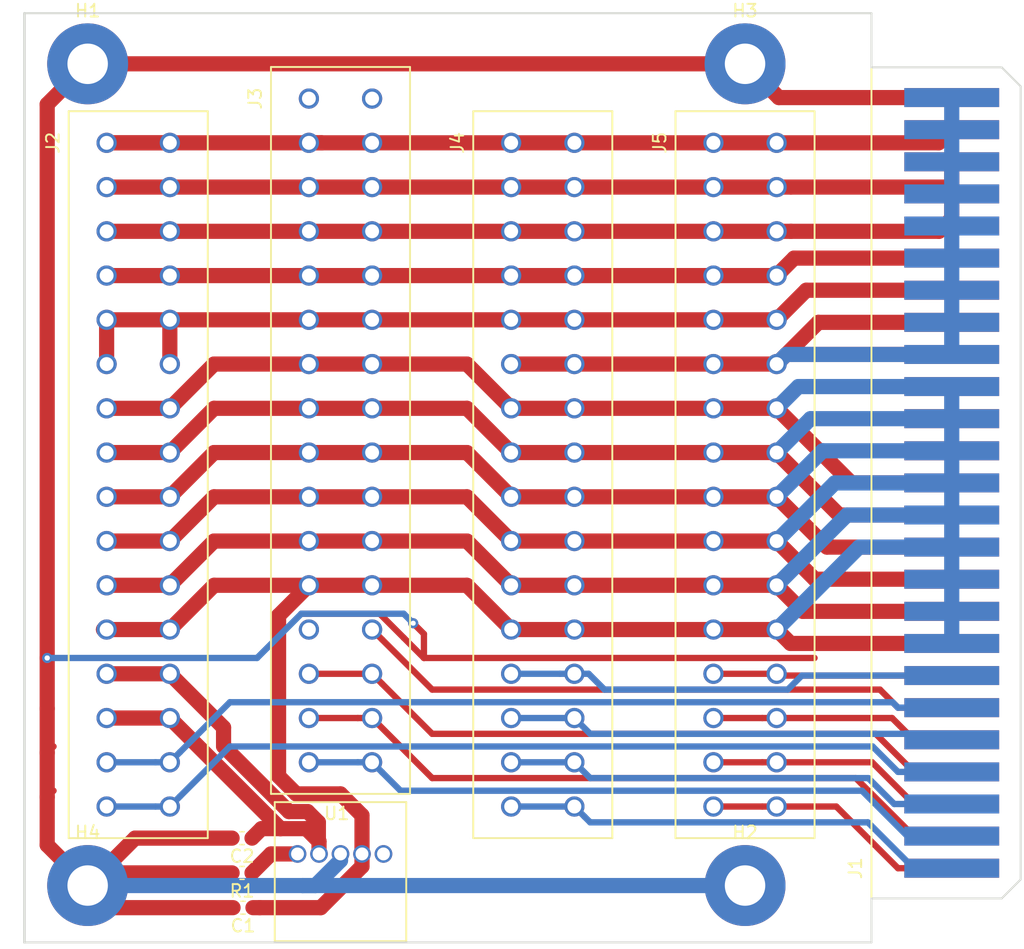
<source format=kicad_pcb>
(kicad_pcb (version 20171130) (host pcbnew 5.0.2-bee76a0~70~ubuntu18.04.1)

  (general
    (thickness 1.6)
    (drawings 5)
    (tracks 300)
    (zones 0)
    (modules 13)
    (nets 20)
  )

  (page A4)
  (layers
    (0 F.Cu signal)
    (31 B.Cu signal)
    (32 B.Adhes user)
    (33 F.Adhes user)
    (34 B.Paste user)
    (35 F.Paste user)
    (36 B.SilkS user)
    (37 F.SilkS user)
    (38 B.Mask user hide)
    (39 F.Mask user hide)
    (40 Dwgs.User user)
    (41 Cmts.User user)
    (42 Eco1.User user)
    (43 Eco2.User user)
    (44 Edge.Cuts user)
    (45 Margin user)
    (46 B.CrtYd user)
    (47 F.CrtYd user)
    (48 B.Fab user)
    (49 F.Fab user)
  )

  (setup
    (last_trace_width 0.5)
    (user_trace_width 1.2)
    (trace_clearance 0.2)
    (zone_clearance 0.508)
    (zone_45_only no)
    (trace_min 0.2)
    (segment_width 0.2)
    (edge_width 0.15)
    (via_size 0.8)
    (via_drill 0.4)
    (via_min_size 0.4)
    (via_min_drill 0.3)
    (uvia_size 0.3)
    (uvia_drill 0.1)
    (uvias_allowed no)
    (uvia_min_size 0.2)
    (uvia_min_drill 0.1)
    (pcb_text_width 0.3)
    (pcb_text_size 1.5 1.5)
    (mod_edge_width 0.15)
    (mod_text_size 1 1)
    (mod_text_width 0.15)
    (pad_size 1.524 1.524)
    (pad_drill 0.762)
    (pad_to_mask_clearance 0.051)
    (solder_mask_min_width 0.25)
    (aux_axis_origin 0 0)
    (visible_elements FFFFFF7F)
    (pcbplotparams
      (layerselection 0x010fc_ffffffff)
      (usegerberextensions false)
      (usegerberattributes false)
      (usegerberadvancedattributes false)
      (creategerberjobfile false)
      (excludeedgelayer true)
      (linewidth 0.100000)
      (plotframeref false)
      (viasonmask false)
      (mode 1)
      (useauxorigin false)
      (hpglpennumber 1)
      (hpglpenspeed 20)
      (hpglpendiameter 15.000000)
      (psnegative false)
      (psa4output false)
      (plotreference true)
      (plotvalue true)
      (plotinvisibletext false)
      (padsonsilk false)
      (subtractmaskfromsilk false)
      (outputformat 1)
      (mirror false)
      (drillshape 1)
      (scaleselection 1)
      (outputdirectory ""))
  )

  (net 0 "")
  (net 1 GND)
  (net 2 +12V)
  (net 3 +5V)
  (net 4 /B22)
  (net 5 /B20)
  (net 6 /B24)
  (net 7 /A22)
  (net 8 /A20)
  (net 9 /A24)
  (net 10 /B25)
  (net 11 /B23)
  (net 12 /B21)
  (net 13 /B19)
  (net 14 /A25)
  (net 15 /A21)
  (net 16 /A19)
  (net 17 /A23)
  (net 18 "Net-(R1-Pad1)")
  (net 19 "Net-(U1-Pad1)")

  (net_class Default "This is the default net class."
    (clearance 0.2)
    (trace_width 0.5)
    (via_dia 0.8)
    (via_drill 0.4)
    (uvia_dia 0.3)
    (uvia_drill 0.1)
    (add_net +12V)
    (add_net +5V)
    (add_net /A19)
    (add_net /A20)
    (add_net /A21)
    (add_net /A22)
    (add_net /A23)
    (add_net /A24)
    (add_net /A25)
    (add_net /B19)
    (add_net /B20)
    (add_net /B21)
    (add_net /B22)
    (add_net /B23)
    (add_net /B24)
    (add_net /B25)
    (add_net GND)
    (add_net "Net-(R1-Pad1)")
    (add_net "Net-(U1-Pad1)")
  )

  (module SupermicroConnectors:Amphenol_10035388-102LF_PCB_Edge (layer F.Cu) (tedit 5C21B60F) (tstamp 5C314E78)
    (at 200 87.15)
    (path /5C71EC9E)
    (fp_text reference J1 (at -1.27 30.48 90) (layer F.SilkS)
      (effects (font (size 1 1) (thickness 0.15)))
    )
    (fp_text value "Amphenol 10035388-102LF PCB edge" (at -1.27 -1.27 90) (layer F.Fab)
      (effects (font (size 1 1) (thickness 0.15)))
    )
    (fp_line (start 0 -32.87) (end 10.3 -32.87) (layer Edge.Cuts) (width 0.15))
    (fp_line (start 10.3 -32.87) (end 11.8 -31.37) (layer Edge.Cuts) (width 0.15))
    (fp_line (start 11.8 -31.37) (end 11.8 31.37) (layer Edge.Cuts) (width 0.15))
    (fp_line (start 11.8 31.37) (end 10.3 32.87) (layer Edge.Cuts) (width 0.15))
    (fp_line (start 0 -32.87) (end 0 32.87) (layer F.SilkS) (width 0.15))
    (fp_line (start 10.3 32.87) (end 0 32.87) (layer Edge.Cuts) (width 0.15))
    (fp_line (start 0 -33) (end 0 -32.87) (layer Edge.Cuts) (width 0.15))
    (fp_line (start 0 32.87) (end 0 33) (layer Edge.Cuts) (width 0.15))
    (fp_poly (pts (xy 1 -32.87) (xy 10.3 -32.87) (xy 11.8 -31.37) (xy 11.8 31.37)
      (xy 10.3 32.87) (xy 1 32.87)) (layer F.Mask) (width 0.15))
    (fp_poly (pts (xy 1 -32.87) (xy 10.3 -32.87) (xy 11.8 -31.37) (xy 11.8 31.37)
      (xy 10.3 32.87) (xy 1 32.87)) (layer B.Mask) (width 0.15))
    (fp_line (start 0 -35) (end 12 -35) (layer F.CrtYd) (width 0.15))
    (fp_line (start 12 -35) (end 12 35) (layer F.CrtYd) (width 0.15))
    (fp_line (start 12 35) (end 0 35) (layer F.CrtYd) (width 0.15))
    (fp_line (start 0 35) (end 0 -35) (layer F.CrtYd) (width 0.15))
    (fp_line (start 0 -35) (end 12 -35) (layer B.CrtYd) (width 0.15))
    (fp_line (start 12 -35) (end 12 35) (layer B.CrtYd) (width 0.15))
    (fp_line (start 12 35) (end 0 35) (layer B.CrtYd) (width 0.15))
    (fp_line (start 0 35) (end 0 -35) (layer B.CrtYd) (width 0.15))
    (pad a1 smd rect (at 6.35 -30.48) (size 7.5 1.5) (layers F.Cu F.Mask)
      (net 1 GND))
    (pad a2 smd rect (at 6.35 -27.94) (size 7.5 1.5) (layers F.Cu F.Mask)
      (net 1 GND))
    (pad a3 smd rect (at 6.35 -25.4) (size 7.5 1.5) (layers F.Cu F.Mask)
      (net 1 GND))
    (pad a4 smd rect (at 6.35 -22.86) (size 7.5 1.5) (layers F.Cu F.Paste F.Mask)
      (net 1 GND))
    (pad a5 smd rect (at 6.35 -20.32) (size 7.5 1.5) (layers F.Cu F.Mask)
      (net 1 GND))
    (pad a6 smd rect (at 6.35 -17.78) (size 7.5 1.5) (layers F.Cu F.Mask)
      (net 1 GND))
    (pad a7 smd rect (at 6.35 -15.24) (size 7.5 1.5) (layers F.Cu F.Mask)
      (net 1 GND))
    (pad a8 smd rect (at 6.35 -12.7) (size 7.5 1.5) (layers F.Cu F.Mask)
      (net 1 GND))
    (pad a9 smd rect (at 6.35 -10.16) (size 7.5 1.5) (layers F.Cu F.Mask)
      (net 1 GND))
    (pad a10 smd rect (at 6.35 -7.62) (size 7.5 1.5) (layers F.Cu F.Mask)
      (net 2 +12V))
    (pad a11 smd rect (at 6.35 -5.08) (size 7.5 1.5) (layers F.Cu F.Mask)
      (net 2 +12V))
    (pad a12 smd rect (at 6.35 -2.54) (size 7.5 1.5) (layers F.Cu F.Mask)
      (net 2 +12V))
    (pad a13 smd rect (at 6.35 0) (size 7.5 1.5) (layers F.Cu F.Mask)
      (net 2 +12V))
    (pad a14 smd rect (at 6.35 2.54) (size 7.5 1.5) (layers F.Cu F.Mask)
      (net 2 +12V))
    (pad a15 smd rect (at 6.35 5.08) (size 7.5 1.5) (layers F.Cu F.Mask)
      (net 2 +12V))
    (pad a16 smd rect (at 6.35 7.62) (size 7.5 1.5) (layers F.Cu F.Mask)
      (net 2 +12V))
    (pad a17 smd rect (at 6.35 10.16) (size 7.5 1.5) (layers F.Cu F.Mask)
      (net 2 +12V))
    (pad a18 smd rect (at 6.35 12.7) (size 7.5 1.5) (layers F.Cu F.Mask)
      (net 2 +12V))
    (pad a19 smd rect (at 6.35 15.24) (size 7.5 1.5) (layers F.Cu F.Mask)
      (net 16 /A19))
    (pad a20 smd rect (at 6.35 17.78) (size 7.5 1.5) (layers F.Cu F.Mask)
      (net 8 /A20))
    (pad a21 smd rect (at 6.35 20.32) (size 7.5 1.5) (layers F.Cu F.Mask)
      (net 15 /A21))
    (pad a22 smd rect (at 6.35 22.86) (size 7.5 1.5) (layers F.Cu F.Mask)
      (net 7 /A22))
    (pad a23 smd rect (at 6.35 25.4) (size 7.5 1.5) (layers F.Cu F.Mask)
      (net 17 /A23))
    (pad a24 smd rect (at 6.35 27.94) (size 7.5 1.5) (layers F.Cu F.Mask)
      (net 9 /A24))
    (pad a25 smd rect (at 6.35 30.48) (size 7.5 1.5) (layers F.Cu F.Mask)
      (net 14 /A25))
    (pad b1 smd rect (at 6.35 -30.48) (size 7.5 1.5) (layers B.Cu B.Mask)
      (net 1 GND))
    (pad b2 smd rect (at 6.35 -27.94) (size 7.5 1.5) (layers B.Cu B.Mask)
      (net 1 GND))
    (pad b3 smd rect (at 6.35 -25.4) (size 7.5 1.5) (layers B.Cu B.Mask)
      (net 1 GND))
    (pad b4 smd rect (at 6.35 -22.86) (size 7.5 1.5) (layers B.Cu B.Mask)
      (net 1 GND))
    (pad b5 smd rect (at 6.35 -20.32) (size 7.5 1.5) (layers B.Cu B.Mask)
      (net 1 GND))
    (pad b6 smd rect (at 6.35 -17.78) (size 7.5 1.5) (layers B.Cu B.Mask)
      (net 1 GND))
    (pad b7 smd rect (at 6.35 -15.24) (size 7.5 1.5) (layers B.Cu B.Mask)
      (net 1 GND))
    (pad b8 smd rect (at 6.35 -12.7) (size 7.5 1.5) (layers B.Cu B.Mask)
      (net 1 GND))
    (pad b9 smd rect (at 6.35 -10.16) (size 7.5 1.5) (layers B.Cu B.Mask)
      (net 1 GND))
    (pad b10 smd rect (at 6.35 -7.62) (size 7.5 1.5) (layers B.Cu B.Mask)
      (net 2 +12V))
    (pad b11 smd rect (at 6.35 -5.08) (size 7.5 1.5) (layers B.Cu B.Mask)
      (net 2 +12V))
    (pad b12 smd rect (at 6.35 -2.54) (size 7.5 1.5) (layers B.Cu B.Mask)
      (net 2 +12V))
    (pad b13 smd rect (at 6.35 0) (size 7.5 1.5) (layers B.Cu B.Mask)
      (net 2 +12V))
    (pad b14 smd rect (at 6.35 2.54) (size 7.5 1.5) (layers B.Cu B.Mask)
      (net 2 +12V))
    (pad b15 smd rect (at 6.35 5.08) (size 7.5 1.5) (layers B.Cu B.Mask)
      (net 2 +12V))
    (pad b16 smd rect (at 6.35 7.62) (size 7.5 1.5) (layers B.Cu B.Mask)
      (net 2 +12V))
    (pad b17 smd rect (at 6.35 10.16) (size 7.5 1.5) (layers B.Cu B.Mask)
      (net 2 +12V))
    (pad b18 smd rect (at 6.35 12.7) (size 7.5 1.5) (layers B.Cu B.Mask)
      (net 2 +12V))
    (pad b19 smd rect (at 6.35 15.24) (size 7.5 1.5) (layers B.Cu B.Mask)
      (net 13 /B19))
    (pad b20 smd rect (at 6.35 17.78) (size 7.5 1.5) (layers B.Cu B.Mask)
      (net 5 /B20))
    (pad b21 smd rect (at 6.35 20.32) (size 7.5 1.5) (layers B.Cu B.Mask)
      (net 12 /B21))
    (pad b22 smd rect (at 6.35 22.86) (size 7.5 1.5) (layers B.Cu B.Mask)
      (net 4 /B22))
    (pad b23 smd rect (at 6.35 25.4) (size 7.5 1.5) (layers B.Cu B.Mask)
      (net 11 /B23))
    (pad b24 smd rect (at 6.35 27.94) (size 7.5 1.5) (layers B.Cu B.Mask)
      (net 6 /B24))
    (pad b25 smd rect (at 6.35 30.48) (size 7.5 1.5) (layers B.Cu B.Mask)
      (net 10 /B25))
  )

  (module Capacitor_SMD:C_0603_1608Metric (layer F.Cu) (tedit 5B301BBE) (tstamp 5C315FFC)
    (at 150.2875 120.75 180)
    (descr "Capacitor SMD 0603 (1608 Metric), square (rectangular) end terminal, IPC_7351 nominal, (Body size source: http://www.tortai-tech.com/upload/download/2011102023233369053.pdf), generated with kicad-footprint-generator")
    (tags capacitor)
    (path /5C50E64A)
    (attr smd)
    (fp_text reference C1 (at 0 -1.43 180) (layer F.SilkS)
      (effects (font (size 1 1) (thickness 0.15)))
    )
    (fp_text value 10uF (at 0 1.43 180) (layer F.Fab)
      (effects (font (size 1 1) (thickness 0.15)))
    )
    (fp_text user %R (at 0 0 180) (layer F.Fab)
      (effects (font (size 0.4 0.4) (thickness 0.06)))
    )
    (fp_line (start 1.48 0.73) (end -1.48 0.73) (layer F.CrtYd) (width 0.05))
    (fp_line (start 1.48 -0.73) (end 1.48 0.73) (layer F.CrtYd) (width 0.05))
    (fp_line (start -1.48 -0.73) (end 1.48 -0.73) (layer F.CrtYd) (width 0.05))
    (fp_line (start -1.48 0.73) (end -1.48 -0.73) (layer F.CrtYd) (width 0.05))
    (fp_line (start -0.162779 0.51) (end 0.162779 0.51) (layer F.SilkS) (width 0.12))
    (fp_line (start -0.162779 -0.51) (end 0.162779 -0.51) (layer F.SilkS) (width 0.12))
    (fp_line (start 0.8 0.4) (end -0.8 0.4) (layer F.Fab) (width 0.1))
    (fp_line (start 0.8 -0.4) (end 0.8 0.4) (layer F.Fab) (width 0.1))
    (fp_line (start -0.8 -0.4) (end 0.8 -0.4) (layer F.Fab) (width 0.1))
    (fp_line (start -0.8 0.4) (end -0.8 -0.4) (layer F.Fab) (width 0.1))
    (pad 2 smd roundrect (at 0.7875 0 180) (size 0.875 0.95) (layers F.Cu F.Paste F.Mask) (roundrect_rratio 0.25)
      (net 1 GND))
    (pad 1 smd roundrect (at -0.7875 0 180) (size 0.875 0.95) (layers F.Cu F.Paste F.Mask) (roundrect_rratio 0.25)
      (net 2 +12V))
    (model ${KISYS3DMOD}/Capacitor_SMD.3dshapes/C_0603_1608Metric.wrl
      (at (xyz 0 0 0))
      (scale (xyz 1 1 1))
      (rotate (xyz 0 0 0))
    )
  )

  (module Capacitor_SMD:C_0603_1608Metric (layer F.Cu) (tedit 5B301BBE) (tstamp 5C315FAA)
    (at 150.2125 115.25 180)
    (descr "Capacitor SMD 0603 (1608 Metric), square (rectangular) end terminal, IPC_7351 nominal, (Body size source: http://www.tortai-tech.com/upload/download/2011102023233369053.pdf), generated with kicad-footprint-generator")
    (tags capacitor)
    (path /5C50E459)
    (attr smd)
    (fp_text reference C2 (at 0 -1.43 180) (layer F.SilkS)
      (effects (font (size 1 1) (thickness 0.15)))
    )
    (fp_text value 10uF (at 0 1.43 180) (layer F.Fab)
      (effects (font (size 1 1) (thickness 0.15)))
    )
    (fp_line (start -0.8 0.4) (end -0.8 -0.4) (layer F.Fab) (width 0.1))
    (fp_line (start -0.8 -0.4) (end 0.8 -0.4) (layer F.Fab) (width 0.1))
    (fp_line (start 0.8 -0.4) (end 0.8 0.4) (layer F.Fab) (width 0.1))
    (fp_line (start 0.8 0.4) (end -0.8 0.4) (layer F.Fab) (width 0.1))
    (fp_line (start -0.162779 -0.51) (end 0.162779 -0.51) (layer F.SilkS) (width 0.12))
    (fp_line (start -0.162779 0.51) (end 0.162779 0.51) (layer F.SilkS) (width 0.12))
    (fp_line (start -1.48 0.73) (end -1.48 -0.73) (layer F.CrtYd) (width 0.05))
    (fp_line (start -1.48 -0.73) (end 1.48 -0.73) (layer F.CrtYd) (width 0.05))
    (fp_line (start 1.48 -0.73) (end 1.48 0.73) (layer F.CrtYd) (width 0.05))
    (fp_line (start 1.48 0.73) (end -1.48 0.73) (layer F.CrtYd) (width 0.05))
    (fp_text user %R (at 0 0 180) (layer F.Fab)
      (effects (font (size 0.4 0.4) (thickness 0.06)))
    )
    (pad 1 smd roundrect (at -0.7875 0 180) (size 0.875 0.95) (layers F.Cu F.Paste F.Mask) (roundrect_rratio 0.25)
      (net 3 +5V))
    (pad 2 smd roundrect (at 0.7875 0 180) (size 0.875 0.95) (layers F.Cu F.Paste F.Mask) (roundrect_rratio 0.25)
      (net 1 GND))
    (model ${KISYS3DMOD}/Capacitor_SMD.3dshapes/C_0603_1608Metric.wrl
      (at (xyz 0 0 0))
      (scale (xyz 1 1 1))
      (rotate (xyz 0 0 0))
    )
  )

  (module PhoenixContact:PhoenixContact1862262 (layer F.Cu) (tedit 5C15852F) (tstamp 5C314B7A)
    (at 142 86.5 270)
    (path /5C17DCF5)
    (fp_text reference J2 (at -26.25 6.75 270) (layer F.SilkS)
      (effects (font (size 1 1) (thickness 0.15)))
    )
    (fp_text value 1862262 (at 0 0 270) (layer F.Fab)
      (effects (font (size 1 1) (thickness 0.15)))
    )
    (fp_line (start -28.75 -5.5) (end 28.75 -5.5) (layer F.CrtYd) (width 0.15))
    (fp_line (start 28.75 -5.5) (end 28.75 5.5) (layer F.CrtYd) (width 0.15))
    (fp_line (start 28.75 5.5) (end -28.75 5.5) (layer F.CrtYd) (width 0.15))
    (fp_line (start -28.75 5.5) (end -28.75 -5.5) (layer F.CrtYd) (width 0.15))
    (fp_line (start -28.75 -5.5) (end 28.75 -5.5) (layer F.SilkS) (width 0.15))
    (fp_line (start 28.75 -5.5) (end 28.75 5.5) (layer F.SilkS) (width 0.15))
    (fp_line (start 28.75 5.5) (end -28.75 5.5) (layer F.SilkS) (width 0.15))
    (fp_line (start -28.75 5.5) (end -28.75 -5.5) (layer F.SilkS) (width 0.15))
    (pad 16 thru_hole circle (at 26.25 -2.5 270) (size 1.6 1.6) (drill 1.1) (layers *.Cu *.Mask)
      (net 4 /B22))
    (pad 15 thru_hole circle (at 22.75 -2.5 270) (size 1.6 1.6) (drill 1.1) (layers *.Cu *.Mask)
      (net 5 /B20))
    (pad 14 thru_hole circle (at 19.25 -2.5 270) (size 1.6 1.6) (drill 1.1) (layers *.Cu *.Mask)
      (net 3 +5V))
    (pad 13 thru_hole circle (at 15.75 -2.5 270) (size 1.6 1.6) (drill 1.1) (layers *.Cu *.Mask)
      (net 3 +5V))
    (pad 12 thru_hole circle (at 12.25 -2.5 270) (size 1.6 1.6) (drill 1.1) (layers *.Cu *.Mask)
      (net 2 +12V))
    (pad 11 thru_hole circle (at 8.75 -2.5 270) (size 1.6 1.6) (drill 1.1) (layers *.Cu *.Mask)
      (net 2 +12V))
    (pad 10 thru_hole circle (at 5.25 -2.5 270) (size 1.6 1.6) (drill 1.1) (layers *.Cu *.Mask)
      (net 2 +12V))
    (pad 9 thru_hole circle (at 1.75 -2.5 270) (size 1.6 1.6) (drill 1.1) (layers *.Cu *.Mask)
      (net 2 +12V))
    (pad 8 thru_hole circle (at -1.75 -2.5 270) (size 1.6 1.6) (drill 1.1) (layers *.Cu *.Mask)
      (net 2 +12V))
    (pad 7 thru_hole circle (at -5.25 -2.5 270) (size 1.6 1.6) (drill 1.1) (layers *.Cu *.Mask)
      (net 2 +12V))
    (pad 6 thru_hole circle (at -8.75 -2.5 270) (size 1.6 1.6) (drill 1.1) (layers *.Cu *.Mask)
      (net 1 GND))
    (pad 5 thru_hole circle (at -12.25 -2.5 270) (size 1.6 1.6) (drill 1.1) (layers *.Cu *.Mask)
      (net 1 GND))
    (pad 4 thru_hole circle (at -15.75 -2.5 270) (size 1.6 1.6) (drill 1.1) (layers *.Cu *.Mask)
      (net 1 GND))
    (pad 3 thru_hole circle (at -19.25 -2.5 270) (size 1.6 1.6) (drill 1.1) (layers *.Cu *.Mask)
      (net 1 GND))
    (pad 2 thru_hole circle (at -22.75 -2.5 270) (size 1.6 1.6) (drill 1.1) (layers *.Cu *.Mask)
      (net 1 GND))
    (pad 1 thru_hole circle (at -26.25 -2.5 270) (size 1.6 1.6) (drill 1.1) (layers *.Cu *.Mask)
      (net 1 GND))
    (pad 2 thru_hole circle (at -22.75 2.5 270) (size 1.6 1.6) (drill 1.1) (layers *.Cu *.Mask)
      (net 1 GND))
    (pad 4 thru_hole circle (at -15.75 2.5 270) (size 1.6 1.6) (drill 1.1) (layers *.Cu *.Mask)
      (net 1 GND))
    (pad 1 thru_hole circle (at -26.25 2.5 270) (size 1.6 1.6) (drill 1.1) (layers *.Cu *.Mask)
      (net 1 GND))
    (pad 12 thru_hole circle (at 12.25 2.5 270) (size 1.6 1.6) (drill 1.1) (layers *.Cu *.Mask)
      (net 2 +12V))
    (pad 11 thru_hole circle (at 8.75 2.5 270) (size 1.6 1.6) (drill 1.1) (layers *.Cu *.Mask)
      (net 2 +12V))
    (pad 15 thru_hole circle (at 22.75 2.5 270) (size 1.6 1.6) (drill 1.1) (layers *.Cu *.Mask)
      (net 5 /B20))
    (pad 13 thru_hole circle (at 15.75 2.5 270) (size 1.6 1.6) (drill 1.1) (layers *.Cu *.Mask)
      (net 3 +5V))
    (pad 14 thru_hole circle (at 19.25 2.5 270) (size 1.6 1.6) (drill 1.1) (layers *.Cu *.Mask)
      (net 3 +5V))
    (pad 6 thru_hole circle (at -8.75 2.5 270) (size 1.6 1.6) (drill 1.1) (layers *.Cu *.Mask)
      (net 1 GND))
    (pad 8 thru_hole circle (at -1.75 2.5 270) (size 1.6 1.6) (drill 1.1) (layers *.Cu *.Mask)
      (net 2 +12V))
    (pad 5 thru_hole circle (at -12.25 2.5 270) (size 1.6 1.6) (drill 1.1) (layers *.Cu *.Mask)
      (net 1 GND))
    (pad 7 thru_hole circle (at -5.25 2.5 270) (size 1.6 1.6) (drill 1.1) (layers *.Cu *.Mask)
      (net 2 +12V))
    (pad 10 thru_hole circle (at 5.25 2.5 270) (size 1.6 1.6) (drill 1.1) (layers *.Cu *.Mask)
      (net 2 +12V))
    (pad 3 thru_hole circle (at -19.25 2.5 270) (size 1.6 1.6) (drill 1.1) (layers *.Cu *.Mask)
      (net 1 GND))
    (pad 16 thru_hole circle (at 26.25 2.5 270) (size 1.6 1.6) (drill 1.1) (layers *.Cu *.Mask)
      (net 4 /B22))
    (pad 9 thru_hole circle (at 1.75 2.5 270) (size 1.6 1.6) (drill 1.1) (layers *.Cu *.Mask)
      (net 2 +12V))
  )

  (module PhoenixContact:PhoenixContact1862262 (layer F.Cu) (tedit 5C15852F) (tstamp 5C314BA6)
    (at 158 83 270)
    (path /5C17DD8D)
    (fp_text reference J3 (at -26.25 6.75 270) (layer F.SilkS)
      (effects (font (size 1 1) (thickness 0.15)))
    )
    (fp_text value 1862262 (at 0 0 270) (layer F.Fab)
      (effects (font (size 1 1) (thickness 0.15)))
    )
    (fp_line (start -28.75 5.5) (end -28.75 -5.5) (layer F.SilkS) (width 0.15))
    (fp_line (start 28.75 5.5) (end -28.75 5.5) (layer F.SilkS) (width 0.15))
    (fp_line (start 28.75 -5.5) (end 28.75 5.5) (layer F.SilkS) (width 0.15))
    (fp_line (start -28.75 -5.5) (end 28.75 -5.5) (layer F.SilkS) (width 0.15))
    (fp_line (start -28.75 5.5) (end -28.75 -5.5) (layer F.CrtYd) (width 0.15))
    (fp_line (start 28.75 5.5) (end -28.75 5.5) (layer F.CrtYd) (width 0.15))
    (fp_line (start 28.75 -5.5) (end 28.75 5.5) (layer F.CrtYd) (width 0.15))
    (fp_line (start -28.75 -5.5) (end 28.75 -5.5) (layer F.CrtYd) (width 0.15))
    (pad 9 thru_hole circle (at 1.75 2.5 270) (size 1.6 1.6) (drill 1.1) (layers *.Cu *.Mask)
      (net 2 +12V))
    (pad 16 thru_hole circle (at 26.25 2.5 270) (size 1.6 1.6) (drill 1.1) (layers *.Cu *.Mask)
      (net 6 /B24))
    (pad 3 thru_hole circle (at -19.25 2.5 270) (size 1.6 1.6) (drill 1.1) (layers *.Cu *.Mask)
      (net 1 GND))
    (pad 10 thru_hole circle (at 5.25 2.5 270) (size 1.6 1.6) (drill 1.1) (layers *.Cu *.Mask)
      (net 2 +12V))
    (pad 7 thru_hole circle (at -5.25 2.5 270) (size 1.6 1.6) (drill 1.1) (layers *.Cu *.Mask)
      (net 2 +12V))
    (pad 5 thru_hole circle (at -12.25 2.5 270) (size 1.6 1.6) (drill 1.1) (layers *.Cu *.Mask)
      (net 1 GND))
    (pad 8 thru_hole circle (at -1.75 2.5 270) (size 1.6 1.6) (drill 1.1) (layers *.Cu *.Mask)
      (net 2 +12V))
    (pad 6 thru_hole circle (at -8.75 2.5 270) (size 1.6 1.6) (drill 1.1) (layers *.Cu *.Mask)
      (net 1 GND))
    (pad 14 thru_hole circle (at 19.25 2.5 270) (size 1.6 1.6) (drill 1.1) (layers *.Cu *.Mask)
      (net 7 /A22))
    (pad 13 thru_hole circle (at 15.75 2.5 270) (size 1.6 1.6) (drill 1.1) (layers *.Cu *.Mask)
      (net 8 /A20))
    (pad 15 thru_hole circle (at 22.75 2.5 270) (size 1.6 1.6) (drill 1.1) (layers *.Cu *.Mask)
      (net 9 /A24))
    (pad 11 thru_hole circle (at 8.75 2.5 270) (size 1.6 1.6) (drill 1.1) (layers *.Cu *.Mask)
      (net 2 +12V))
    (pad 12 thru_hole circle (at 12.25 2.5 270) (size 1.6 1.6) (drill 1.1) (layers *.Cu *.Mask)
      (net 2 +12V))
    (pad 1 thru_hole circle (at -26.25 2.5 270) (size 1.6 1.6) (drill 1.1) (layers *.Cu *.Mask)
      (net 1 GND))
    (pad 4 thru_hole circle (at -15.75 2.5 270) (size 1.6 1.6) (drill 1.1) (layers *.Cu *.Mask)
      (net 1 GND))
    (pad 2 thru_hole circle (at -22.75 2.5 270) (size 1.6 1.6) (drill 1.1) (layers *.Cu *.Mask)
      (net 1 GND))
    (pad 1 thru_hole circle (at -26.25 -2.5 270) (size 1.6 1.6) (drill 1.1) (layers *.Cu *.Mask)
      (net 1 GND))
    (pad 2 thru_hole circle (at -22.75 -2.5 270) (size 1.6 1.6) (drill 1.1) (layers *.Cu *.Mask)
      (net 1 GND))
    (pad 3 thru_hole circle (at -19.25 -2.5 270) (size 1.6 1.6) (drill 1.1) (layers *.Cu *.Mask)
      (net 1 GND))
    (pad 4 thru_hole circle (at -15.75 -2.5 270) (size 1.6 1.6) (drill 1.1) (layers *.Cu *.Mask)
      (net 1 GND))
    (pad 5 thru_hole circle (at -12.25 -2.5 270) (size 1.6 1.6) (drill 1.1) (layers *.Cu *.Mask)
      (net 1 GND))
    (pad 6 thru_hole circle (at -8.75 -2.5 270) (size 1.6 1.6) (drill 1.1) (layers *.Cu *.Mask)
      (net 1 GND))
    (pad 7 thru_hole circle (at -5.25 -2.5 270) (size 1.6 1.6) (drill 1.1) (layers *.Cu *.Mask)
      (net 2 +12V))
    (pad 8 thru_hole circle (at -1.75 -2.5 270) (size 1.6 1.6) (drill 1.1) (layers *.Cu *.Mask)
      (net 2 +12V))
    (pad 9 thru_hole circle (at 1.75 -2.5 270) (size 1.6 1.6) (drill 1.1) (layers *.Cu *.Mask)
      (net 2 +12V))
    (pad 10 thru_hole circle (at 5.25 -2.5 270) (size 1.6 1.6) (drill 1.1) (layers *.Cu *.Mask)
      (net 2 +12V))
    (pad 11 thru_hole circle (at 8.75 -2.5 270) (size 1.6 1.6) (drill 1.1) (layers *.Cu *.Mask)
      (net 2 +12V))
    (pad 12 thru_hole circle (at 12.25 -2.5 270) (size 1.6 1.6) (drill 1.1) (layers *.Cu *.Mask)
      (net 2 +12V))
    (pad 13 thru_hole circle (at 15.75 -2.5 270) (size 1.6 1.6) (drill 1.1) (layers *.Cu *.Mask)
      (net 8 /A20))
    (pad 14 thru_hole circle (at 19.25 -2.5 270) (size 1.6 1.6) (drill 1.1) (layers *.Cu *.Mask)
      (net 7 /A22))
    (pad 15 thru_hole circle (at 22.75 -2.5 270) (size 1.6 1.6) (drill 1.1) (layers *.Cu *.Mask)
      (net 9 /A24))
    (pad 16 thru_hole circle (at 26.25 -2.5 270) (size 1.6 1.6) (drill 1.1) (layers *.Cu *.Mask)
      (net 6 /B24))
  )

  (module PhoenixContact:PhoenixContact1862262 (layer F.Cu) (tedit 5C15852F) (tstamp 5C314BD2)
    (at 174 86.5 270)
    (path /5C17DDDA)
    (fp_text reference J4 (at -26.25 6.75 270) (layer F.SilkS)
      (effects (font (size 1 1) (thickness 0.15)))
    )
    (fp_text value 1862262 (at 0 0 270) (layer F.Fab)
      (effects (font (size 1 1) (thickness 0.15)))
    )
    (fp_line (start -28.75 -5.5) (end 28.75 -5.5) (layer F.CrtYd) (width 0.15))
    (fp_line (start 28.75 -5.5) (end 28.75 5.5) (layer F.CrtYd) (width 0.15))
    (fp_line (start 28.75 5.5) (end -28.75 5.5) (layer F.CrtYd) (width 0.15))
    (fp_line (start -28.75 5.5) (end -28.75 -5.5) (layer F.CrtYd) (width 0.15))
    (fp_line (start -28.75 -5.5) (end 28.75 -5.5) (layer F.SilkS) (width 0.15))
    (fp_line (start 28.75 -5.5) (end 28.75 5.5) (layer F.SilkS) (width 0.15))
    (fp_line (start 28.75 5.5) (end -28.75 5.5) (layer F.SilkS) (width 0.15))
    (fp_line (start -28.75 5.5) (end -28.75 -5.5) (layer F.SilkS) (width 0.15))
    (pad 16 thru_hole circle (at 26.25 -2.5 270) (size 1.6 1.6) (drill 1.1) (layers *.Cu *.Mask)
      (net 10 /B25))
    (pad 15 thru_hole circle (at 22.75 -2.5 270) (size 1.6 1.6) (drill 1.1) (layers *.Cu *.Mask)
      (net 11 /B23))
    (pad 14 thru_hole circle (at 19.25 -2.5 270) (size 1.6 1.6) (drill 1.1) (layers *.Cu *.Mask)
      (net 12 /B21))
    (pad 13 thru_hole circle (at 15.75 -2.5 270) (size 1.6 1.6) (drill 1.1) (layers *.Cu *.Mask)
      (net 13 /B19))
    (pad 12 thru_hole circle (at 12.25 -2.5 270) (size 1.6 1.6) (drill 1.1) (layers *.Cu *.Mask)
      (net 2 +12V))
    (pad 11 thru_hole circle (at 8.75 -2.5 270) (size 1.6 1.6) (drill 1.1) (layers *.Cu *.Mask)
      (net 2 +12V))
    (pad 10 thru_hole circle (at 5.25 -2.5 270) (size 1.6 1.6) (drill 1.1) (layers *.Cu *.Mask)
      (net 2 +12V))
    (pad 9 thru_hole circle (at 1.75 -2.5 270) (size 1.6 1.6) (drill 1.1) (layers *.Cu *.Mask)
      (net 2 +12V))
    (pad 8 thru_hole circle (at -1.75 -2.5 270) (size 1.6 1.6) (drill 1.1) (layers *.Cu *.Mask)
      (net 2 +12V))
    (pad 7 thru_hole circle (at -5.25 -2.5 270) (size 1.6 1.6) (drill 1.1) (layers *.Cu *.Mask)
      (net 2 +12V))
    (pad 6 thru_hole circle (at -8.75 -2.5 270) (size 1.6 1.6) (drill 1.1) (layers *.Cu *.Mask)
      (net 1 GND))
    (pad 5 thru_hole circle (at -12.25 -2.5 270) (size 1.6 1.6) (drill 1.1) (layers *.Cu *.Mask)
      (net 1 GND))
    (pad 4 thru_hole circle (at -15.75 -2.5 270) (size 1.6 1.6) (drill 1.1) (layers *.Cu *.Mask)
      (net 1 GND))
    (pad 3 thru_hole circle (at -19.25 -2.5 270) (size 1.6 1.6) (drill 1.1) (layers *.Cu *.Mask)
      (net 1 GND))
    (pad 2 thru_hole circle (at -22.75 -2.5 270) (size 1.6 1.6) (drill 1.1) (layers *.Cu *.Mask)
      (net 1 GND))
    (pad 1 thru_hole circle (at -26.25 -2.5 270) (size 1.6 1.6) (drill 1.1) (layers *.Cu *.Mask)
      (net 1 GND))
    (pad 2 thru_hole circle (at -22.75 2.5 270) (size 1.6 1.6) (drill 1.1) (layers *.Cu *.Mask)
      (net 1 GND))
    (pad 4 thru_hole circle (at -15.75 2.5 270) (size 1.6 1.6) (drill 1.1) (layers *.Cu *.Mask)
      (net 1 GND))
    (pad 1 thru_hole circle (at -26.25 2.5 270) (size 1.6 1.6) (drill 1.1) (layers *.Cu *.Mask)
      (net 1 GND))
    (pad 12 thru_hole circle (at 12.25 2.5 270) (size 1.6 1.6) (drill 1.1) (layers *.Cu *.Mask)
      (net 2 +12V))
    (pad 11 thru_hole circle (at 8.75 2.5 270) (size 1.6 1.6) (drill 1.1) (layers *.Cu *.Mask)
      (net 2 +12V))
    (pad 15 thru_hole circle (at 22.75 2.5 270) (size 1.6 1.6) (drill 1.1) (layers *.Cu *.Mask)
      (net 11 /B23))
    (pad 13 thru_hole circle (at 15.75 2.5 270) (size 1.6 1.6) (drill 1.1) (layers *.Cu *.Mask)
      (net 13 /B19))
    (pad 14 thru_hole circle (at 19.25 2.5 270) (size 1.6 1.6) (drill 1.1) (layers *.Cu *.Mask)
      (net 12 /B21))
    (pad 6 thru_hole circle (at -8.75 2.5 270) (size 1.6 1.6) (drill 1.1) (layers *.Cu *.Mask)
      (net 1 GND))
    (pad 8 thru_hole circle (at -1.75 2.5 270) (size 1.6 1.6) (drill 1.1) (layers *.Cu *.Mask)
      (net 2 +12V))
    (pad 5 thru_hole circle (at -12.25 2.5 270) (size 1.6 1.6) (drill 1.1) (layers *.Cu *.Mask)
      (net 1 GND))
    (pad 7 thru_hole circle (at -5.25 2.5 270) (size 1.6 1.6) (drill 1.1) (layers *.Cu *.Mask)
      (net 2 +12V))
    (pad 10 thru_hole circle (at 5.25 2.5 270) (size 1.6 1.6) (drill 1.1) (layers *.Cu *.Mask)
      (net 2 +12V))
    (pad 3 thru_hole circle (at -19.25 2.5 270) (size 1.6 1.6) (drill 1.1) (layers *.Cu *.Mask)
      (net 1 GND))
    (pad 16 thru_hole circle (at 26.25 2.5 270) (size 1.6 1.6) (drill 1.1) (layers *.Cu *.Mask)
      (net 10 /B25))
    (pad 9 thru_hole circle (at 1.75 2.5 270) (size 1.6 1.6) (drill 1.1) (layers *.Cu *.Mask)
      (net 2 +12V))
  )

  (module PhoenixContact:PhoenixContact1862262 (layer F.Cu) (tedit 5C15852F) (tstamp 5C315EE1)
    (at 190 86.5 270)
    (path /5C17DE4E)
    (fp_text reference J5 (at -26.25 6.75 270) (layer F.SilkS)
      (effects (font (size 1 1) (thickness 0.15)))
    )
    (fp_text value 1862262 (at 0 0 270) (layer F.Fab)
      (effects (font (size 1 1) (thickness 0.15)))
    )
    (fp_line (start -28.75 5.5) (end -28.75 -5.5) (layer F.SilkS) (width 0.15))
    (fp_line (start 28.75 5.5) (end -28.75 5.5) (layer F.SilkS) (width 0.15))
    (fp_line (start 28.75 -5.5) (end 28.75 5.5) (layer F.SilkS) (width 0.15))
    (fp_line (start -28.75 -5.5) (end 28.75 -5.5) (layer F.SilkS) (width 0.15))
    (fp_line (start -28.75 5.5) (end -28.75 -5.5) (layer F.CrtYd) (width 0.15))
    (fp_line (start 28.75 5.5) (end -28.75 5.5) (layer F.CrtYd) (width 0.15))
    (fp_line (start 28.75 -5.5) (end 28.75 5.5) (layer F.CrtYd) (width 0.15))
    (fp_line (start -28.75 -5.5) (end 28.75 -5.5) (layer F.CrtYd) (width 0.15))
    (pad 9 thru_hole circle (at 1.75 2.5 270) (size 1.6 1.6) (drill 1.1) (layers *.Cu *.Mask)
      (net 2 +12V))
    (pad 16 thru_hole circle (at 26.25 2.5 270) (size 1.6 1.6) (drill 1.1) (layers *.Cu *.Mask)
      (net 14 /A25))
    (pad 3 thru_hole circle (at -19.25 2.5 270) (size 1.6 1.6) (drill 1.1) (layers *.Cu *.Mask)
      (net 1 GND))
    (pad 10 thru_hole circle (at 5.25 2.5 270) (size 1.6 1.6) (drill 1.1) (layers *.Cu *.Mask)
      (net 2 +12V))
    (pad 7 thru_hole circle (at -5.25 2.5 270) (size 1.6 1.6) (drill 1.1) (layers *.Cu *.Mask)
      (net 2 +12V))
    (pad 5 thru_hole circle (at -12.25 2.5 270) (size 1.6 1.6) (drill 1.1) (layers *.Cu *.Mask)
      (net 1 GND))
    (pad 8 thru_hole circle (at -1.75 2.5 270) (size 1.6 1.6) (drill 1.1) (layers *.Cu *.Mask)
      (net 2 +12V))
    (pad 6 thru_hole circle (at -8.75 2.5 270) (size 1.6 1.6) (drill 1.1) (layers *.Cu *.Mask)
      (net 1 GND))
    (pad 14 thru_hole circle (at 19.25 2.5 270) (size 1.6 1.6) (drill 1.1) (layers *.Cu *.Mask)
      (net 15 /A21))
    (pad 13 thru_hole circle (at 15.75 2.5 270) (size 1.6 1.6) (drill 1.1) (layers *.Cu *.Mask)
      (net 16 /A19))
    (pad 15 thru_hole circle (at 22.75 2.5 270) (size 1.6 1.6) (drill 1.1) (layers *.Cu *.Mask)
      (net 17 /A23))
    (pad 11 thru_hole circle (at 8.75 2.5 270) (size 1.6 1.6) (drill 1.1) (layers *.Cu *.Mask)
      (net 2 +12V))
    (pad 12 thru_hole circle (at 12.25 2.5 270) (size 1.6 1.6) (drill 1.1) (layers *.Cu *.Mask)
      (net 2 +12V))
    (pad 1 thru_hole circle (at -26.25 2.5 270) (size 1.6 1.6) (drill 1.1) (layers *.Cu *.Mask)
      (net 1 GND))
    (pad 4 thru_hole circle (at -15.75 2.5 270) (size 1.6 1.6) (drill 1.1) (layers *.Cu *.Mask)
      (net 1 GND))
    (pad 2 thru_hole circle (at -22.75 2.5 270) (size 1.6 1.6) (drill 1.1) (layers *.Cu *.Mask)
      (net 1 GND))
    (pad 1 thru_hole circle (at -26.25 -2.5 270) (size 1.6 1.6) (drill 1.1) (layers *.Cu *.Mask)
      (net 1 GND))
    (pad 2 thru_hole circle (at -22.75 -2.5 270) (size 1.6 1.6) (drill 1.1) (layers *.Cu *.Mask)
      (net 1 GND))
    (pad 3 thru_hole circle (at -19.25 -2.5 270) (size 1.6 1.6) (drill 1.1) (layers *.Cu *.Mask)
      (net 1 GND))
    (pad 4 thru_hole circle (at -15.75 -2.5 270) (size 1.6 1.6) (drill 1.1) (layers *.Cu *.Mask)
      (net 1 GND))
    (pad 5 thru_hole circle (at -12.25 -2.5 270) (size 1.6 1.6) (drill 1.1) (layers *.Cu *.Mask)
      (net 1 GND))
    (pad 6 thru_hole circle (at -8.75 -2.5 270) (size 1.6 1.6) (drill 1.1) (layers *.Cu *.Mask)
      (net 1 GND))
    (pad 7 thru_hole circle (at -5.25 -2.5 270) (size 1.6 1.6) (drill 1.1) (layers *.Cu *.Mask)
      (net 2 +12V))
    (pad 8 thru_hole circle (at -1.75 -2.5 270) (size 1.6 1.6) (drill 1.1) (layers *.Cu *.Mask)
      (net 2 +12V))
    (pad 9 thru_hole circle (at 1.75 -2.5 270) (size 1.6 1.6) (drill 1.1) (layers *.Cu *.Mask)
      (net 2 +12V))
    (pad 10 thru_hole circle (at 5.25 -2.5 270) (size 1.6 1.6) (drill 1.1) (layers *.Cu *.Mask)
      (net 2 +12V))
    (pad 11 thru_hole circle (at 8.75 -2.5 270) (size 1.6 1.6) (drill 1.1) (layers *.Cu *.Mask)
      (net 2 +12V))
    (pad 12 thru_hole circle (at 12.25 -2.5 270) (size 1.6 1.6) (drill 1.1) (layers *.Cu *.Mask)
      (net 2 +12V))
    (pad 13 thru_hole circle (at 15.75 -2.5 270) (size 1.6 1.6) (drill 1.1) (layers *.Cu *.Mask)
      (net 16 /A19))
    (pad 14 thru_hole circle (at 19.25 -2.5 270) (size 1.6 1.6) (drill 1.1) (layers *.Cu *.Mask)
      (net 15 /A21))
    (pad 15 thru_hole circle (at 22.75 -2.5 270) (size 1.6 1.6) (drill 1.1) (layers *.Cu *.Mask)
      (net 17 /A23))
    (pad 16 thru_hole circle (at 26.25 -2.5 270) (size 1.6 1.6) (drill 1.1) (layers *.Cu *.Mask)
      (net 14 /A25))
  )

  (module Resistor_SMD:R_0603_1608Metric (layer F.Cu) (tedit 5B301BBD) (tstamp 5C31657C)
    (at 150.2125 118 180)
    (descr "Resistor SMD 0603 (1608 Metric), square (rectangular) end terminal, IPC_7351 nominal, (Body size source: http://www.tortai-tech.com/upload/download/2011102023233369053.pdf), generated with kicad-footprint-generator")
    (tags resistor)
    (path /5C50E3E1)
    (attr smd)
    (fp_text reference R1 (at 0 -1.43 180) (layer F.SilkS)
      (effects (font (size 1 1) (thickness 0.15)))
    )
    (fp_text value 268 (at 0 1.43 180) (layer F.Fab)
      (effects (font (size 1 1) (thickness 0.15)))
    )
    (fp_line (start -0.8 0.4) (end -0.8 -0.4) (layer F.Fab) (width 0.1))
    (fp_line (start -0.8 -0.4) (end 0.8 -0.4) (layer F.Fab) (width 0.1))
    (fp_line (start 0.8 -0.4) (end 0.8 0.4) (layer F.Fab) (width 0.1))
    (fp_line (start 0.8 0.4) (end -0.8 0.4) (layer F.Fab) (width 0.1))
    (fp_line (start -0.162779 -0.51) (end 0.162779 -0.51) (layer F.SilkS) (width 0.12))
    (fp_line (start -0.162779 0.51) (end 0.162779 0.51) (layer F.SilkS) (width 0.12))
    (fp_line (start -1.48 0.73) (end -1.48 -0.73) (layer F.CrtYd) (width 0.05))
    (fp_line (start -1.48 -0.73) (end 1.48 -0.73) (layer F.CrtYd) (width 0.05))
    (fp_line (start 1.48 -0.73) (end 1.48 0.73) (layer F.CrtYd) (width 0.05))
    (fp_line (start 1.48 0.73) (end -1.48 0.73) (layer F.CrtYd) (width 0.05))
    (fp_text user %R (at 0 0 180) (layer F.Fab)
      (effects (font (size 0.4 0.4) (thickness 0.06)))
    )
    (pad 1 smd roundrect (at -0.7875 0 180) (size 0.875 0.95) (layers F.Cu F.Paste F.Mask) (roundrect_rratio 0.25)
      (net 18 "Net-(R1-Pad1)"))
    (pad 2 smd roundrect (at 0.7875 0 180) (size 0.875 0.95) (layers F.Cu F.Paste F.Mask) (roundrect_rratio 0.25)
      (net 1 GND))
    (model ${KISYS3DMOD}/Resistor_SMD.3dshapes/R_0603_1608Metric.wrl
      (at (xyz 0 0 0))
      (scale (xyz 1 1 1))
      (rotate (xyz 0 0 0))
    )
  )

  (module Delta:Delta_NE12S0A0V10 (layer F.Cu) (tedit 5C16D45D) (tstamp 5C3157FA)
    (at 158 116.5 180)
    (path /5C4F45DB)
    (fp_text reference U1 (at 0.3 3.2 180) (layer F.SilkS)
      (effects (font (size 1 1) (thickness 0.15)))
    )
    (fp_text value NE12S0A0V10PNF (at 0 -3.3 180) (layer F.Fab)
      (effects (font (size 1 1) (thickness 0.15)))
    )
    (fp_line (start -5.2 -6.9) (end 5.2 -6.9) (layer F.SilkS) (width 0.15))
    (fp_line (start 5.2 -6.9) (end 5.2 4.1) (layer F.SilkS) (width 0.15))
    (fp_line (start 5.2 4.1) (end -5.2 4.1) (layer F.SilkS) (width 0.15))
    (fp_line (start -5.2 4.1) (end -5.2 -6.9) (layer F.SilkS) (width 0.15))
    (fp_line (start -5.2 -6.9) (end 5.2 -6.9) (layer F.CrtYd) (width 0.15))
    (fp_line (start 5.2 -6.9) (end 5.2 4.1) (layer F.CrtYd) (width 0.15))
    (fp_line (start 5.2 4.1) (end -5.2 4) (layer F.CrtYd) (width 0.15))
    (fp_line (start -5.2 4) (end -5.2 -6.9) (layer F.CrtYd) (width 0.15))
    (pad 1 thru_hole circle (at -3.4 0 180) (size 1.397 1.397) (drill 1.02) (layers *.Cu *.Mask)
      (net 19 "Net-(U1-Pad1)"))
    (pad 2 thru_hole circle (at -1.7 0 180) (size 1.397 1.397) (drill 1.02) (layers *.Cu *.Mask)
      (net 2 +12V))
    (pad 3 thru_hole circle (at 0 0 180) (size 1.397 1.397) (drill 1.02) (layers *.Cu *.Mask)
      (net 1 GND))
    (pad 4 thru_hole circle (at 1.7 0 180) (size 1.397 1.397) (drill 1.02) (layers *.Cu *.Mask)
      (net 3 +5V))
    (pad 5 thru_hole circle (at 3.4 0 180) (size 1.397 1.397) (drill 1.02) (layers *.Cu *.Mask)
      (net 18 "Net-(R1-Pad1)"))
  )

  (module MountingHole:MountingHole_3.2mm_M3_Pad (layer F.Cu) (tedit 56D1B4CB) (tstamp 5C316061)
    (at 138 54)
    (descr "Mounting Hole 3.2mm, M3")
    (tags "mounting hole 3.2mm m3")
    (path /5C2344E0)
    (attr virtual)
    (fp_text reference H1 (at 0 -4.2) (layer F.SilkS)
      (effects (font (size 1 1) (thickness 0.15)))
    )
    (fp_text value MountingHole_Pad (at 0 4.2) (layer F.Fab)
      (effects (font (size 1 1) (thickness 0.15)))
    )
    (fp_circle (center 0 0) (end 3.45 0) (layer F.CrtYd) (width 0.05))
    (fp_circle (center 0 0) (end 3.2 0) (layer Cmts.User) (width 0.15))
    (fp_text user %R (at 0.3 0) (layer F.Fab)
      (effects (font (size 1 1) (thickness 0.15)))
    )
    (pad 1 thru_hole circle (at 0 0) (size 6.4 6.4) (drill 3.2) (layers *.Cu *.Mask)
      (net 1 GND))
  )

  (module MountingHole:MountingHole_3.2mm_M3_Pad (layer F.Cu) (tedit 56D1B4CB) (tstamp 5C316069)
    (at 190 119)
    (descr "Mounting Hole 3.2mm, M3")
    (tags "mounting hole 3.2mm m3")
    (path /5C2344DA)
    (attr virtual)
    (fp_text reference H2 (at 0 -4.2) (layer F.SilkS)
      (effects (font (size 1 1) (thickness 0.15)))
    )
    (fp_text value MountingHole_Pad (at 0 4.2) (layer F.Fab)
      (effects (font (size 1 1) (thickness 0.15)))
    )
    (fp_text user %R (at 0.3 0) (layer F.Fab)
      (effects (font (size 1 1) (thickness 0.15)))
    )
    (fp_circle (center 0 0) (end 3.2 0) (layer Cmts.User) (width 0.15))
    (fp_circle (center 0 0) (end 3.45 0) (layer F.CrtYd) (width 0.05))
    (pad 1 thru_hole circle (at 0 0) (size 6.4 6.4) (drill 3.2) (layers *.Cu *.Mask)
      (net 1 GND))
  )

  (module MountingHole:MountingHole_3.2mm_M3_Pad (layer F.Cu) (tedit 56D1B4CB) (tstamp 5C316071)
    (at 190 54)
    (descr "Mounting Hole 3.2mm, M3")
    (tags "mounting hole 3.2mm m3")
    (path /5C225024)
    (attr virtual)
    (fp_text reference H3 (at 0 -4.2) (layer F.SilkS)
      (effects (font (size 1 1) (thickness 0.15)))
    )
    (fp_text value MountingHole_Pad (at 0 4.2) (layer F.Fab)
      (effects (font (size 1 1) (thickness 0.15)))
    )
    (fp_circle (center 0 0) (end 3.45 0) (layer F.CrtYd) (width 0.05))
    (fp_circle (center 0 0) (end 3.2 0) (layer Cmts.User) (width 0.15))
    (fp_text user %R (at 0.3 0) (layer F.Fab)
      (effects (font (size 1 1) (thickness 0.15)))
    )
    (pad 1 thru_hole circle (at 0 0) (size 6.4 6.4) (drill 3.2) (layers *.Cu *.Mask)
      (net 1 GND))
  )

  (module MountingHole:MountingHole_3.2mm_M3_Pad (layer F.Cu) (tedit 56D1B4CB) (tstamp 5C316079)
    (at 138 119)
    (descr "Mounting Hole 3.2mm, M3")
    (tags "mounting hole 3.2mm m3")
    (path /5C215AB3)
    (attr virtual)
    (fp_text reference H4 (at 0 -4.2) (layer F.SilkS)
      (effects (font (size 1 1) (thickness 0.15)))
    )
    (fp_text value MountingHole_Pad (at 0 4.2) (layer F.Fab)
      (effects (font (size 1 1) (thickness 0.15)))
    )
    (fp_text user %R (at 0.3 0) (layer F.Fab)
      (effects (font (size 1 1) (thickness 0.15)))
    )
    (fp_circle (center 0 0) (end 3.2 0) (layer Cmts.User) (width 0.15))
    (fp_circle (center 0 0) (end 3.45 0) (layer F.CrtYd) (width 0.05))
    (pad 1 thru_hole circle (at 0 0) (size 6.4 6.4) (drill 3.2) (layers *.Cu *.Mask)
      (net 1 GND))
  )

  (gr_line (start 133 50) (end 133 123.5) (layer Edge.Cuts) (width 0.2))
  (gr_line (start 200 123.5) (end 200 120.15) (layer Edge.Cuts) (width 0.15))
  (gr_line (start 200 50) (end 200 54.15) (layer Edge.Cuts) (width 0.15))
  (gr_line (start 133 123.5) (end 200 123.5) (layer Edge.Cuts) (width 0.15) (tstamp 5C315AC9))
  (gr_line (start 133 50) (end 200 50) (layer Edge.Cuts) (width 0.15))

  (segment (start 192.67 56.67) (end 190 54) (width 1.2) (layer F.Cu) (net 1))
  (segment (start 206.35 56.67) (end 192.67 56.67) (width 1.2) (layer F.Cu) (net 1))
  (segment (start 190 54) (end 138 54) (width 1.2) (layer F.Cu) (net 1))
  (segment (start 134.800001 115.800001) (end 138 119) (width 1.2) (layer F.Cu) (net 1))
  (segment (start 138 54) (end 134.800001 57.199999) (width 1.2) (layer F.Cu) (net 1))
  (segment (start 192.5 60.25) (end 187.5 60.25) (width 1.2) (layer F.Cu) (net 1))
  (segment (start 187.5 60.25) (end 176.5 60.25) (width 1.2) (layer F.Cu) (net 1))
  (segment (start 176.5 60.25) (end 171.5 60.25) (width 1.2) (layer F.Cu) (net 1))
  (segment (start 171.5 60.25) (end 160.5 60.25) (width 1.2) (layer F.Cu) (net 1))
  (segment (start 156.5 60.25) (end 144.75 60.25) (width 1.2) (layer F.Cu) (net 1))
  (segment (start 156.5 60.25) (end 155.5 60.25) (width 1.2) (layer F.Cu) (net 1))
  (segment (start 160.5 60.25) (end 156.5 60.25) (width 1.2) (layer F.Cu) (net 1))
  (segment (start 144.75 60.25) (end 139.5 60.25) (width 1.2) (layer F.Cu) (net 1))
  (segment (start 139.5 63.75) (end 144.5 63.75) (width 1.2) (layer F.Cu) (net 1))
  (segment (start 144.5 60.25) (end 139.5 60.25) (width 1.2) (layer F.Cu) (net 1))
  (segment (start 144.5 67.25) (end 139.5 67.25) (width 1.2) (layer F.Cu) (net 1))
  (segment (start 144.5 70.75) (end 139.5 70.75) (width 1.2) (layer F.Cu) (net 1))
  (segment (start 144.5 74.25) (end 139.5 74.25) (width 1.2) (layer F.Cu) (net 1))
  (segment (start 139.5 74.25) (end 139.5 77.75) (width 1.2) (layer F.Cu) (net 1))
  (segment (start 144.5 74.25) (end 144.5 77.75) (width 1.2) (layer F.Cu) (net 1))
  (segment (start 144.5 74.25) (end 155.5 74.25) (width 1.2) (layer F.Cu) (net 1))
  (segment (start 155.5 74.25) (end 160.5 74.25) (width 1.2) (layer F.Cu) (net 1))
  (segment (start 144.5 70.75) (end 155.5 70.75) (width 1.2) (layer F.Cu) (net 1))
  (segment (start 144.5 67.25) (end 155.5 67.25) (width 1.2) (layer F.Cu) (net 1))
  (segment (start 144.5 63.75) (end 155.5 63.75) (width 1.2) (layer F.Cu) (net 1))
  (segment (start 155.5 63.75) (end 160.5 63.75) (width 1.2) (layer F.Cu) (net 1))
  (segment (start 160.5 67.25) (end 155.5 67.25) (width 1.2) (layer F.Cu) (net 1))
  (segment (start 155.5 70.75) (end 160.5 70.75) (width 1.2) (layer F.Cu) (net 1))
  (segment (start 160.5 63.75) (end 171.5 63.75) (width 1.2) (layer F.Cu) (net 1))
  (segment (start 171.5 67.25) (end 160.5 67.25) (width 1.2) (layer F.Cu) (net 1))
  (segment (start 160.5 70.75) (end 171.5 70.75) (width 1.2) (layer F.Cu) (net 1))
  (segment (start 171.5 74.25) (end 160.5 74.25) (width 1.2) (layer F.Cu) (net 1))
  (segment (start 171.5 63.75) (end 176.5 63.75) (width 1.2) (layer F.Cu) (net 1))
  (segment (start 171.5 67.25) (end 176.5 67.25) (width 1.2) (layer F.Cu) (net 1))
  (segment (start 171.5 70.75) (end 176.5 70.75) (width 1.2) (layer F.Cu) (net 1))
  (segment (start 176.5 74.25) (end 171.5 74.25) (width 1.2) (layer F.Cu) (net 1))
  (segment (start 171.5 77.75) (end 176.5 77.75) (width 1.2) (layer F.Cu) (net 1))
  (segment (start 176.5 63.75) (end 187.5 63.75) (width 1.2) (layer F.Cu) (net 1))
  (segment (start 176.5 67.25) (end 187.5 67.25) (width 1.2) (layer F.Cu) (net 1))
  (segment (start 176.5 77.75) (end 187.5 77.75) (width 1.2) (layer F.Cu) (net 1))
  (segment (start 176.5 74.25) (end 187.5 74.25) (width 1.2) (layer F.Cu) (net 1))
  (segment (start 187.5 70.75) (end 176.5 70.75) (width 1.2) (layer F.Cu) (net 1))
  (segment (start 187.5 63.75) (end 192.5 63.75) (width 1.2) (layer F.Cu) (net 1))
  (segment (start 192.5 67.25) (end 187.5 67.25) (width 1.2) (layer F.Cu) (net 1))
  (segment (start 187.5 70.75) (end 192.5 70.75) (width 1.2) (layer F.Cu) (net 1))
  (segment (start 192.5 74.25) (end 187.5 74.25) (width 1.2) (layer F.Cu) (net 1))
  (segment (start 192.5 77.75) (end 187.5 77.75) (width 1.2) (layer F.Cu) (net 1))
  (segment (start 205.31 60.25) (end 206.35 59.21) (width 1.2) (layer F.Cu) (net 1))
  (segment (start 192.5 60.25) (end 205.31 60.25) (width 1.2) (layer F.Cu) (net 1))
  (segment (start 206.3 63.75) (end 193.63137 63.75) (width 1.2) (layer F.Cu) (net 1))
  (segment (start 206.35 63.7) (end 206.3 63.75) (width 1.2) (layer F.Cu) (net 1))
  (segment (start 193.63137 63.75) (end 192.5 63.75) (width 1.2) (layer F.Cu) (net 1))
  (segment (start 206.35 61.75) (end 206.35 63.7) (width 1.2) (layer F.Cu) (net 1))
  (segment (start 193.63137 67.25) (end 192.5 67.25) (width 1.2) (layer F.Cu) (net 1))
  (segment (start 205.34 67.25) (end 193.63137 67.25) (width 1.2) (layer F.Cu) (net 1))
  (segment (start 206.35 66.24) (end 205.34 67.25) (width 1.2) (layer F.Cu) (net 1))
  (segment (start 206.35 64.29) (end 206.35 66.24) (width 1.2) (layer F.Cu) (net 1))
  (segment (start 193.88 69.37) (end 192.5 70.75) (width 1.2) (layer F.Cu) (net 1))
  (segment (start 206.35 69.37) (end 193.88 69.37) (width 1.2) (layer F.Cu) (net 1))
  (segment (start 194.84 71.91) (end 192.5 74.25) (width 1.2) (layer F.Cu) (net 1))
  (segment (start 206.35 71.91) (end 194.84 71.91) (width 1.2) (layer F.Cu) (net 1))
  (segment (start 195.8 74.45) (end 192.5 77.75) (width 1.2) (layer F.Cu) (net 1))
  (segment (start 206.35 74.45) (end 195.8 74.45) (width 1.2) (layer F.Cu) (net 1))
  (segment (start 193.26 76.99) (end 192.5 77.75) (width 1.2) (layer F.Cu) (net 1))
  (segment (start 206.35 76.99) (end 193.26 76.99) (width 1.2) (layer F.Cu) (net 1))
  (segment (start 206.35 56.67) (end 206.35 59.21) (width 1.2) (layer B.Cu) (net 1))
  (segment (start 206.35 59.21) (end 206.35 61.75) (width 1.2) (layer B.Cu) (net 1))
  (segment (start 206.35 61.75) (end 206.35 64.29) (width 1.2) (layer B.Cu) (net 1))
  (segment (start 206.35 64.29) (end 206.35 66.83) (width 1.2) (layer B.Cu) (net 1))
  (segment (start 206.35 66.83) (end 206.35 69.37) (width 1.2) (layer B.Cu) (net 1))
  (segment (start 206.35 69.37) (end 206.35 71.91) (width 1.2) (layer B.Cu) (net 1))
  (segment (start 206.35 71.91) (end 206.35 74.45) (width 1.2) (layer B.Cu) (net 1))
  (segment (start 206.35 76.99) (end 206.35 74.45) (width 1.2) (layer B.Cu) (net 1))
  (segment (start 193.26 76.99) (end 192.5 77.75) (width 1.2) (layer B.Cu) (net 1))
  (segment (start 206.35 76.99) (end 193.26 76.99) (width 1.2) (layer B.Cu) (net 1))
  (segment (start 154.899999 97.499999) (end 161.100001 97.499999) (width 0.5) (layer F.Cu) (net 1))
  (segment (start 161.100001 97.499999) (end 163 99.399998) (width 0.5) (layer F.Cu) (net 1))
  (segment (start 134.800001 57.199999) (end 134.800001 101) (width 1.2) (layer F.Cu) (net 1))
  (segment (start 164.600001 100.999999) (end 195.499999 100.999999) (width 0.5) (layer F.Cu) (net 1))
  (segment (start 163 99.399998) (end 164.600001 100.999999) (width 0.5) (layer F.Cu) (net 1))
  (segment (start 134.800001 101) (end 134.800001 105) (width 1.2) (layer F.Cu) (net 1))
  (segment (start 134.800001 108.5) (end 135.300002 107.999999) (width 0.5) (layer F.Cu) (net 1))
  (segment (start 134.800001 105) (end 134.800001 108.5) (width 1.2) (layer F.Cu) (net 1))
  (segment (start 134.800001 112) (end 135.300002 111.499999) (width 0.5) (layer F.Cu) (net 1))
  (segment (start 134.800001 112) (end 134.800001 115.800001) (width 1.2) (layer F.Cu) (net 1))
  (segment (start 134.800001 108.5) (end 134.800001 112) (width 1.2) (layer F.Cu) (net 1))
  (via (at 134.800001 101) (size 0.8) (drill 0.4) (layers F.Cu B.Cu) (net 1))
  (segment (start 164.600001 100.999999) (end 164.600001 99.100001) (width 0.5) (layer F.Cu) (net 1))
  (via (at 163.75 98.25) (size 0.8) (drill 0.4) (layers F.Cu B.Cu) (net 1))
  (segment (start 164.600001 99.100001) (end 163.75 98.25) (width 0.5) (layer F.Cu) (net 1))
  (segment (start 151.399998 101) (end 134.800001 101) (width 0.5) (layer B.Cu) (net 1))
  (segment (start 154.899999 97.499999) (end 151.399998 101) (width 0.5) (layer B.Cu) (net 1))
  (segment (start 163.75 98.25) (end 162.999999 97.499999) (width 0.5) (layer B.Cu) (net 1))
  (segment (start 162.999999 97.499999) (end 154.899999 97.499999) (width 0.5) (layer B.Cu) (net 1))
  (via (at 134.800001 101) (size 0.8) (drill 0.4) (layers F.Cu B.Cu) (net 1))
  (segment (start 139 118) (end 138 119) (width 1.2) (layer F.Cu) (net 1))
  (segment (start 149.425 118) (end 139 118) (width 1.2) (layer F.Cu) (net 1))
  (segment (start 139.75 120.75) (end 138 119) (width 1.2) (layer F.Cu) (net 1))
  (segment (start 149.5 120.75) (end 139.75 120.75) (width 1.2) (layer F.Cu) (net 1))
  (segment (start 141.75 115.25) (end 138 119) (width 1.2) (layer F.Cu) (net 1))
  (segment (start 149.425 115.25) (end 141.75 115.25) (width 1.2) (layer F.Cu) (net 1))
  (segment (start 156.017782 119) (end 155 119) (width 1.2) (layer B.Cu) (net 1))
  (segment (start 158 117.017782) (end 156.017782 119) (width 1.2) (layer B.Cu) (net 1))
  (segment (start 158 116.5) (end 158 117.017782) (width 1.2) (layer B.Cu) (net 1))
  (segment (start 138 119) (end 155 119) (width 1.2) (layer B.Cu) (net 1))
  (segment (start 155 119) (end 190 119) (width 1.2) (layer B.Cu) (net 1))
  (segment (start 194.22 79.53) (end 192.5 81.25) (width 1.2) (layer B.Cu) (net 2))
  (segment (start 206.35 79.53) (end 194.22 79.53) (width 1.2) (layer B.Cu) (net 2))
  (segment (start 195.18 82.07) (end 192.5 84.75) (width 1.2) (layer B.Cu) (net 2))
  (segment (start 206.35 82.07) (end 195.18 82.07) (width 1.2) (layer B.Cu) (net 2))
  (segment (start 196.14 84.61) (end 192.5 88.25) (width 1.2) (layer B.Cu) (net 2))
  (segment (start 206.35 84.61) (end 196.14 84.61) (width 1.2) (layer B.Cu) (net 2))
  (segment (start 197.1 87.15) (end 192.5 91.75) (width 1.2) (layer B.Cu) (net 2))
  (segment (start 206.35 87.15) (end 197.1 87.15) (width 1.2) (layer B.Cu) (net 2))
  (segment (start 198.06 89.69) (end 192.5 95.25) (width 1.2) (layer B.Cu) (net 2))
  (segment (start 206.35 89.69) (end 198.06 89.69) (width 1.2) (layer B.Cu) (net 2))
  (segment (start 199.02 92.23) (end 192.5 98.75) (width 1.2) (layer B.Cu) (net 2))
  (segment (start 206.35 92.23) (end 199.02 92.23) (width 1.2) (layer B.Cu) (net 2))
  (segment (start 206.35 99.85) (end 206.35 97.31) (width 1.2) (layer B.Cu) (net 2))
  (segment (start 206.35 97.31) (end 206.35 94.77) (width 1.2) (layer B.Cu) (net 2))
  (segment (start 206.35 94.77) (end 206.35 92.23) (width 1.2) (layer B.Cu) (net 2))
  (segment (start 206.35 92.23) (end 206.35 89.69) (width 1.2) (layer B.Cu) (net 2))
  (segment (start 206.35 89.69) (end 206.35 87.15) (width 1.2) (layer B.Cu) (net 2))
  (segment (start 206.35 87.15) (end 206.35 84.61) (width 1.2) (layer B.Cu) (net 2))
  (segment (start 206.35 84.61) (end 206.35 82.07) (width 1.2) (layer B.Cu) (net 2))
  (segment (start 206.35 82.07) (end 206.35 79.53) (width 1.2) (layer B.Cu) (net 2))
  (segment (start 193.6 99.85) (end 192.5 98.75) (width 1.2) (layer F.Cu) (net 2))
  (segment (start 206.35 99.85) (end 193.6 99.85) (width 1.2) (layer F.Cu) (net 2))
  (segment (start 194.56 97.31) (end 192.5 95.25) (width 1.2) (layer F.Cu) (net 2))
  (segment (start 206.35 97.31) (end 194.56 97.31) (width 1.2) (layer F.Cu) (net 2))
  (segment (start 195.52 94.77) (end 192.5 91.75) (width 1.2) (layer F.Cu) (net 2))
  (segment (start 206.35 94.77) (end 195.52 94.77) (width 1.2) (layer F.Cu) (net 2))
  (segment (start 196.48 92.23) (end 192.5 88.25) (width 1.2) (layer F.Cu) (net 2))
  (segment (start 206.35 92.23) (end 196.48 92.23) (width 1.2) (layer F.Cu) (net 2))
  (segment (start 197.44 89.69) (end 192.5 84.75) (width 1.2) (layer F.Cu) (net 2))
  (segment (start 206.35 89.69) (end 197.44 89.69) (width 1.2) (layer F.Cu) (net 2))
  (segment (start 198.4 87.15) (end 192.5 81.25) (width 1.2) (layer F.Cu) (net 2))
  (segment (start 206.35 87.15) (end 198.4 87.15) (width 1.2) (layer F.Cu) (net 2))
  (segment (start 187.5 81.25) (end 192.5 81.25) (width 1.2) (layer F.Cu) (net 2))
  (segment (start 192.5 84.75) (end 187.5 84.75) (width 1.2) (layer F.Cu) (net 2))
  (segment (start 187.5 88.25) (end 192.5 88.25) (width 1.2) (layer F.Cu) (net 2))
  (segment (start 192.5 91.75) (end 187.5 91.75) (width 1.2) (layer F.Cu) (net 2))
  (segment (start 192.5 95.25) (end 187.5 95.25) (width 1.2) (layer F.Cu) (net 2))
  (segment (start 192.5 98.75) (end 187.5 98.75) (width 1.2) (layer F.Cu) (net 2))
  (segment (start 187.5 98.75) (end 176.5 98.75) (width 1.2) (layer F.Cu) (net 2))
  (segment (start 176.5 98.75) (end 171.5 98.75) (width 1.2) (layer F.Cu) (net 2))
  (segment (start 168 95.25) (end 160.5 95.25) (width 1.2) (layer F.Cu) (net 2))
  (segment (start 171.5 98.75) (end 168 95.25) (width 1.2) (layer F.Cu) (net 2))
  (segment (start 148 95.25) (end 144.5 98.75) (width 1.2) (layer F.Cu) (net 2))
  (segment (start 155.5 95.25) (end 148 95.25) (width 1.2) (layer F.Cu) (net 2))
  (segment (start 187.5 95.25) (end 176.5 95.25) (width 1.2) (layer F.Cu) (net 2))
  (segment (start 176.5 95.25) (end 171.5 95.25) (width 1.2) (layer F.Cu) (net 2))
  (segment (start 187.5 91.75) (end 176.5 91.75) (width 1.2) (layer F.Cu) (net 2))
  (segment (start 176.5 91.75) (end 171.5 91.75) (width 1.2) (layer F.Cu) (net 2))
  (segment (start 160.5 91.75) (end 155.5 91.75) (width 1.2) (layer F.Cu) (net 2))
  (segment (start 155.5 95.25) (end 160.5 95.25) (width 1.2) (layer F.Cu) (net 2))
  (segment (start 144.5 98.75) (end 139.25 98.75) (width 1.2) (layer F.Cu) (net 2))
  (segment (start 139.25 98.75) (end 139.5 98.75) (width 1.2) (layer F.Cu) (net 2))
  (segment (start 139.5 81.25) (end 144.5 81.25) (width 1.2) (layer F.Cu) (net 2))
  (segment (start 148 77.75) (end 155.5 77.75) (width 1.2) (layer F.Cu) (net 2))
  (segment (start 144.5 81.25) (end 148 77.75) (width 1.2) (layer F.Cu) (net 2))
  (segment (start 155.5 77.75) (end 160.5 77.75) (width 1.2) (layer F.Cu) (net 2))
  (segment (start 168 77.75) (end 171.5 81.25) (width 1.2) (layer F.Cu) (net 2))
  (segment (start 160.5 77.75) (end 168 77.75) (width 1.2) (layer F.Cu) (net 2))
  (segment (start 171.5 81.25) (end 176.5 81.25) (width 1.2) (layer F.Cu) (net 2))
  (segment (start 176.5 81.25) (end 187.5 81.25) (width 1.2) (layer F.Cu) (net 2))
  (segment (start 187.5 84.75) (end 176.5 84.75) (width 1.2) (layer F.Cu) (net 2))
  (segment (start 176.5 84.75) (end 171.5 84.75) (width 1.2) (layer F.Cu) (net 2))
  (segment (start 168 81.25) (end 160.5 81.25) (width 1.2) (layer F.Cu) (net 2))
  (segment (start 171.5 84.75) (end 168 81.25) (width 1.2) (layer F.Cu) (net 2))
  (segment (start 160.5 81.25) (end 155.5 81.25) (width 1.2) (layer F.Cu) (net 2))
  (segment (start 148 81.25) (end 144.5 84.75) (width 1.2) (layer F.Cu) (net 2))
  (segment (start 155.5 81.25) (end 148 81.25) (width 1.2) (layer F.Cu) (net 2))
  (segment (start 144.5 84.75) (end 139.5 84.75) (width 1.2) (layer F.Cu) (net 2))
  (segment (start 139.5 88.25) (end 144.5 88.25) (width 1.2) (layer F.Cu) (net 2))
  (segment (start 148 84.75) (end 155.5 84.75) (width 1.2) (layer F.Cu) (net 2))
  (segment (start 144.5 88.25) (end 148 84.75) (width 1.2) (layer F.Cu) (net 2))
  (segment (start 155.5 84.75) (end 160.5 84.75) (width 1.2) (layer F.Cu) (net 2))
  (segment (start 168 84.75) (end 171.5 88.25) (width 1.2) (layer F.Cu) (net 2))
  (segment (start 160.5 84.75) (end 168 84.75) (width 1.2) (layer F.Cu) (net 2))
  (segment (start 171.5 88.25) (end 176.5 88.25) (width 1.2) (layer F.Cu) (net 2))
  (segment (start 176.5 88.25) (end 187.5 88.25) (width 1.2) (layer F.Cu) (net 2))
  (segment (start 168 88.25) (end 160.5 88.25) (width 1.2) (layer F.Cu) (net 2))
  (segment (start 171.5 91.75) (end 168 88.25) (width 1.2) (layer F.Cu) (net 2))
  (segment (start 168 91.75) (end 171.5 95.25) (width 1.2) (layer F.Cu) (net 2))
  (segment (start 160.5 91.75) (end 168 91.75) (width 1.2) (layer F.Cu) (net 2))
  (segment (start 160.5 88.25) (end 155.5 88.25) (width 1.2) (layer F.Cu) (net 2))
  (segment (start 148 88.25) (end 144.5 91.75) (width 1.2) (layer F.Cu) (net 2))
  (segment (start 155.5 88.25) (end 148 88.25) (width 1.2) (layer F.Cu) (net 2))
  (segment (start 148 91.75) (end 144.5 95.25) (width 1.2) (layer F.Cu) (net 2))
  (segment (start 155.5 91.75) (end 148 91.75) (width 1.2) (layer F.Cu) (net 2))
  (segment (start 139.5 91.75) (end 144.5 91.75) (width 1.2) (layer F.Cu) (net 2))
  (segment (start 144.5 95.25) (end 139.5 95.25) (width 1.2) (layer F.Cu) (net 2))
  (segment (start 159.7 113.45) (end 159.7 116.5) (width 1.2) (layer F.Cu) (net 2))
  (segment (start 158 111.75) (end 159.7 113.45) (width 1.2) (layer F.Cu) (net 2))
  (segment (start 154.5 111.75) (end 158 111.75) (width 1.2) (layer F.Cu) (net 2))
  (segment (start 153.101499 110.351499) (end 154.5 111.75) (width 1.2) (layer F.Cu) (net 2))
  (segment (start 155.5 95.25) (end 153.101499 97.648501) (width 1.2) (layer F.Cu) (net 2))
  (segment (start 153.101499 97.648501) (end 153.101499 110.351499) (width 1.2) (layer F.Cu) (net 2))
  (segment (start 151.6125 120.75) (end 151.075 120.75) (width 1.2) (layer F.Cu) (net 2))
  (segment (start 156.437828 120.75) (end 151.6125 120.75) (width 1.2) (layer F.Cu) (net 2))
  (segment (start 159.7 117.487828) (end 156.437828 120.75) (width 1.2) (layer F.Cu) (net 2))
  (segment (start 159.7 116.5) (end 159.7 117.487828) (width 1.2) (layer F.Cu) (net 2))
  (segment (start 139.5 102.25) (end 144.5 102.25) (width 1.2) (layer F.Cu) (net 3))
  (segment (start 144.5 105.75) (end 139.5 105.75) (width 1.2) (layer F.Cu) (net 3))
  (segment (start 156.3 115.512172) (end 156.25 115.462172) (width 1.2) (layer F.Cu) (net 3))
  (segment (start 156.25 115.462172) (end 156.25 114) (width 1.2) (layer F.Cu) (net 3))
  (segment (start 156.25 114) (end 155.40001 113.15001) (width 1.2) (layer F.Cu) (net 3))
  (segment (start 153.920097 113.15001) (end 148.75 107.979913) (width 1.2) (layer F.Cu) (net 3))
  (segment (start 155.40001 113.15001) (end 153.920097 113.15001) (width 1.2) (layer F.Cu) (net 3))
  (segment (start 148.75 106.5) (end 144.5 102.25) (width 1.2) (layer F.Cu) (net 3))
  (segment (start 148.75 107.979913) (end 148.75 106.5) (width 1.2) (layer F.Cu) (net 3))
  (segment (start 144.5 105.75) (end 153.25 114.5) (width 1.2) (layer F.Cu) (net 3))
  (segment (start 156.3 115.512172) (end 156.3 116.5) (width 1.2) (layer F.Cu) (net 3))
  (segment (start 155.287828 114.5) (end 156.3 115.512172) (width 1.2) (layer F.Cu) (net 3))
  (segment (start 153.25 114.5) (end 155.287828 114.5) (width 1.2) (layer F.Cu) (net 3))
  (segment (start 151.75 114.5) (end 151 115.25) (width 1.2) (layer F.Cu) (net 3))
  (segment (start 153.25 114.5) (end 151.75 114.5) (width 1.2) (layer F.Cu) (net 3))
  (segment (start 145.299999 111.950001) (end 144.5 112.75) (width 0.5) (layer B.Cu) (net 4))
  (segment (start 149.250001 107.999999) (end 145.299999 111.950001) (width 0.5) (layer B.Cu) (net 4))
  (segment (start 202.1 110.01) (end 200.089999 107.999999) (width 0.5) (layer B.Cu) (net 4))
  (segment (start 200.089999 107.999999) (end 149.250001 107.999999) (width 0.5) (layer B.Cu) (net 4))
  (segment (start 206.35 110.01) (end 202.1 110.01) (width 0.5) (layer B.Cu) (net 4))
  (segment (start 143.36863 112.75) (end 139.5 112.75) (width 0.5) (layer B.Cu) (net 4))
  (segment (start 144.5 112.75) (end 143.36863 112.75) (width 0.5) (layer B.Cu) (net 4))
  (segment (start 145.299999 108.450001) (end 144.5 109.25) (width 0.5) (layer B.Cu) (net 5))
  (segment (start 149.250001 104.499999) (end 145.299999 108.450001) (width 0.5) (layer B.Cu) (net 5))
  (segment (start 201.669999 104.499999) (end 149.250001 104.499999) (width 0.5) (layer B.Cu) (net 5))
  (segment (start 202.1 104.93) (end 201.669999 104.499999) (width 0.5) (layer B.Cu) (net 5))
  (segment (start 206.35 104.93) (end 202.1 104.93) (width 0.5) (layer B.Cu) (net 5))
  (segment (start 143.36863 109.25) (end 139.5 109.25) (width 0.5) (layer B.Cu) (net 5))
  (segment (start 144.5 109.25) (end 143.36863 109.25) (width 0.5) (layer B.Cu) (net 5))
  (segment (start 206.35 115.09) (end 209.35 115.09) (width 0.5) (layer B.Cu) (net 6))
  (segment (start 159.36863 109.25) (end 155.5 109.25) (width 0.5) (layer B.Cu) (net 6))
  (segment (start 160.5 109.25) (end 159.36863 109.25) (width 0.5) (layer B.Cu) (net 6))
  (segment (start 161.299999 110.049999) (end 160.5 109.25) (width 0.5) (layer B.Cu) (net 6))
  (segment (start 199.25 111.5) (end 162.75 111.5) (width 0.5) (layer B.Cu) (net 6))
  (segment (start 206.35 115.09) (end 202.84 115.09) (width 0.5) (layer B.Cu) (net 6))
  (segment (start 162.75 111.5) (end 161.299999 110.049999) (width 0.5) (layer B.Cu) (net 6))
  (segment (start 202.84 115.09) (end 199.25 111.5) (width 0.5) (layer B.Cu) (net 6))
  (segment (start 165.250001 107.000001) (end 161.299999 103.049999) (width 0.5) (layer F.Cu) (net 7))
  (segment (start 161.299999 103.049999) (end 160.5 102.25) (width 0.5) (layer F.Cu) (net 7))
  (segment (start 200.340001 107.000001) (end 165.250001 107.000001) (width 0.5) (layer F.Cu) (net 7))
  (segment (start 203.35 110.01) (end 200.340001 107.000001) (width 0.5) (layer F.Cu) (net 7))
  (segment (start 206.35 110.01) (end 203.35 110.01) (width 0.5) (layer F.Cu) (net 7))
  (segment (start 160.5 102.25) (end 155.5 102.25) (width 0.5) (layer F.Cu) (net 7))
  (segment (start 165.250001 103.500001) (end 161.299999 99.549999) (width 0.5) (layer F.Cu) (net 8))
  (segment (start 161.299999 99.549999) (end 160.5 98.75) (width 0.5) (layer F.Cu) (net 8))
  (segment (start 200.670001 103.500001) (end 165.250001 103.500001) (width 0.5) (layer F.Cu) (net 8))
  (segment (start 202.1 104.93) (end 200.670001 103.500001) (width 0.5) (layer F.Cu) (net 8))
  (segment (start 206.35 104.93) (end 202.1 104.93) (width 0.5) (layer F.Cu) (net 8))
  (segment (start 165.250001 110.500001) (end 160.5 105.75) (width 0.5) (layer F.Cu) (net 9))
  (segment (start 206.35 115.09) (end 203.35 115.09) (width 0.5) (layer F.Cu) (net 9))
  (segment (start 198.760001 110.500001) (end 165.250001 110.500001) (width 0.5) (layer F.Cu) (net 9))
  (segment (start 203.35 115.09) (end 198.760001 110.500001) (width 0.5) (layer F.Cu) (net 9))
  (segment (start 159.36863 105.75) (end 155.5 105.75) (width 0.5) (layer F.Cu) (net 9))
  (segment (start 160.5 105.75) (end 159.36863 105.75) (width 0.5) (layer F.Cu) (net 9))
  (segment (start 177.299999 113.549999) (end 176.5 112.75) (width 0.5) (layer B.Cu) (net 10))
  (segment (start 199.720001 114.000001) (end 177.750001 114.000001) (width 0.5) (layer B.Cu) (net 10))
  (segment (start 203.35 117.63) (end 199.720001 114.000001) (width 0.5) (layer B.Cu) (net 10))
  (segment (start 177.750001 114.000001) (end 177.299999 113.549999) (width 0.5) (layer B.Cu) (net 10))
  (segment (start 206.35 117.63) (end 203.35 117.63) (width 0.5) (layer B.Cu) (net 10))
  (segment (start 176.5 112.75) (end 171.5 112.75) (width 0.5) (layer B.Cu) (net 10))
  (segment (start 176.5 109.25) (end 171.5 109.25) (width 0.5) (layer B.Cu) (net 11))
  (segment (start 199.75 110.5) (end 177.75 110.5) (width 0.5) (layer B.Cu) (net 11))
  (segment (start 206.35 112.55) (end 201.8 112.55) (width 0.5) (layer B.Cu) (net 11))
  (segment (start 177.75 110.5) (end 176.5 109.25) (width 0.5) (layer B.Cu) (net 11))
  (segment (start 201.8 112.55) (end 199.75 110.5) (width 0.5) (layer B.Cu) (net 11))
  (segment (start 203.35 107.47) (end 202.880001 107.000001) (width 0.5) (layer B.Cu) (net 12))
  (segment (start 206.35 107.47) (end 203.35 107.47) (width 0.5) (layer B.Cu) (net 12))
  (segment (start 177.750001 107.000001) (end 176.5 105.75) (width 0.5) (layer B.Cu) (net 12))
  (segment (start 202.880001 107.000001) (end 177.750001 107.000001) (width 0.5) (layer B.Cu) (net 12))
  (segment (start 176.5 105.75) (end 171.5 105.75) (width 0.5) (layer B.Cu) (net 12))
  (segment (start 175.36863 102.25) (end 171.5 102.25) (width 0.5) (layer B.Cu) (net 13))
  (segment (start 176.5 102.25) (end 175.36863 102.25) (width 0.5) (layer B.Cu) (net 13))
  (segment (start 194.490002 102.39) (end 206.35 102.39) (width 0.5) (layer B.Cu) (net 13))
  (segment (start 193.380002 103.5) (end 194.490002 102.39) (width 0.5) (layer B.Cu) (net 13))
  (segment (start 178.88137 103.5) (end 193.380002 103.5) (width 0.5) (layer B.Cu) (net 13))
  (segment (start 177.63137 102.25) (end 178.88137 103.5) (width 0.5) (layer B.Cu) (net 13))
  (segment (start 176.5 102.25) (end 177.63137 102.25) (width 0.5) (layer B.Cu) (net 13))
  (segment (start 202.1 117.63) (end 197.22 112.75) (width 0.5) (layer F.Cu) (net 14))
  (segment (start 206.35 117.63) (end 202.1 117.63) (width 0.5) (layer F.Cu) (net 14))
  (segment (start 197.22 112.75) (end 192.5 112.75) (width 0.5) (layer F.Cu) (net 14))
  (segment (start 191.36863 112.75) (end 187.5 112.75) (width 0.5) (layer F.Cu) (net 14))
  (segment (start 192.5 112.75) (end 191.36863 112.75) (width 0.5) (layer F.Cu) (net 14))
  (segment (start 203.35 107.47) (end 201.63 105.75) (width 0.5) (layer F.Cu) (net 15))
  (segment (start 206.35 107.47) (end 203.35 107.47) (width 0.5) (layer F.Cu) (net 15))
  (segment (start 201.63 105.75) (end 192.5 105.75) (width 0.5) (layer F.Cu) (net 15))
  (segment (start 191.36863 105.75) (end 187.5 105.75) (width 0.5) (layer F.Cu) (net 15))
  (segment (start 192.5 105.75) (end 191.36863 105.75) (width 0.5) (layer F.Cu) (net 15))
  (segment (start 192.64 102.39) (end 192.5 102.25) (width 0.5) (layer F.Cu) (net 16))
  (segment (start 206.35 102.39) (end 192.64 102.39) (width 0.5) (layer F.Cu) (net 16))
  (segment (start 192.5 102.25) (end 187.5 102.25) (width 0.5) (layer F.Cu) (net 16))
  (segment (start 203.35 112.55) (end 200.05 109.25) (width 0.5) (layer F.Cu) (net 17))
  (segment (start 206.35 112.55) (end 203.35 112.55) (width 0.5) (layer F.Cu) (net 17))
  (segment (start 200.05 109.25) (end 192.5 109.25) (width 0.5) (layer F.Cu) (net 17))
  (segment (start 191.36863 109.25) (end 187.5 109.25) (width 0.5) (layer F.Cu) (net 17))
  (segment (start 192.5 109.25) (end 191.36863 109.25) (width 0.5) (layer F.Cu) (net 17))
  (segment (start 152.5 116.5) (end 151 118) (width 1.2) (layer F.Cu) (net 18))
  (segment (start 154.6 116.5) (end 152.5 116.5) (width 1.2) (layer F.Cu) (net 18))

)

</source>
